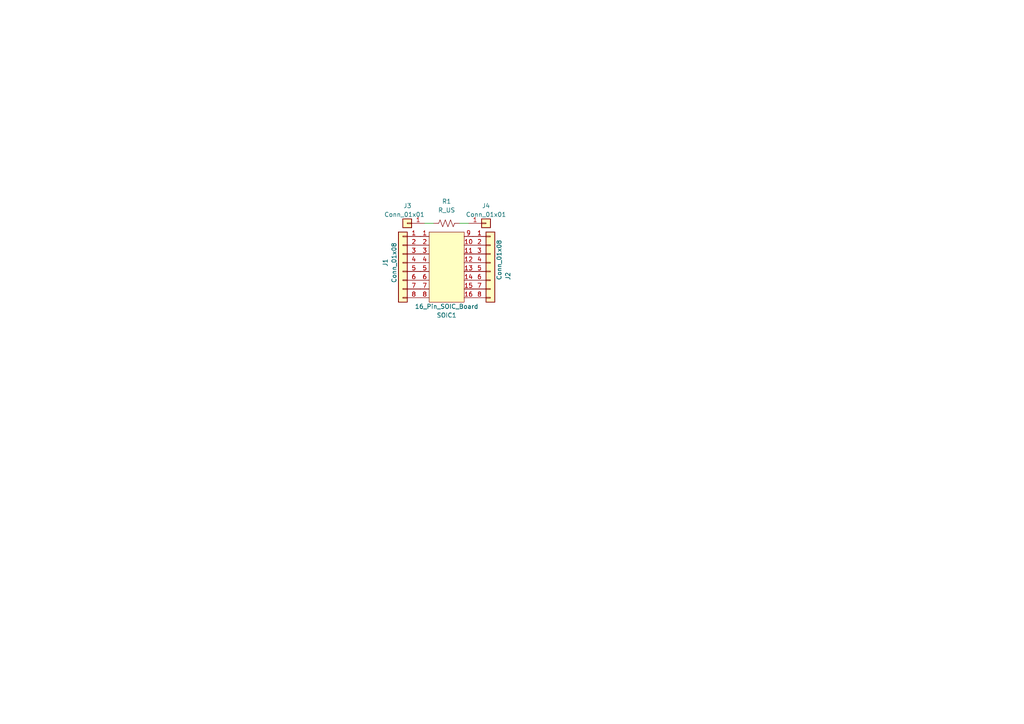
<source format=kicad_sch>
(kicad_sch (version 20211123) (generator eeschema)
  (paper "A4")
  (title_block (title "16 Pin Testing Board") (date "2023-04-12") (rev "0"))
  (lib_symbols
    (symbol "8_Pin_SOIC_Board:16_Pin_SOIC_Board"
      (property "Reference" "SOIC" (at 0 10.16 0))
      (property "Value" "16_Pin_SOIC_Board" (at 0 -12.7 0))
      (symbol "16_Pin_SOIC_Board_0_1"
        (rectangle (start -5.08 8.89) (end 5.08 -11.43) (fill (type background)))
      )
      (symbol "16_Pin_SOIC_Board_1_1"
        (pin unspecified line (at -7.62 7.62 0) (length 2.54) (name "") (number "1"))
        (pin unspecified line (at 7.62 5.08 180) (length 2.54) (name "") (number "10"))
        (pin unspecified line (at 7.62 2.54 180) (length 2.54) (name "") (number "11"))
        (pin unspecified line (at 7.62 0 180) (length 2.54) (name "") (number "12"))
        (pin unspecified line (at 7.62 -2.54 180) (length 2.54) (name "") (number "13"))
        (pin unspecified line (at 7.62 -5.08 180) (length 2.54) (name "") (number "14"))
        (pin unspecified line (at 7.62 -7.62 180) (length 2.54) (name "") (number "15"))
        (pin unspecified line (at 7.62 -10.16 180) (length 2.54) (name "") (number "16"))
        (pin unspecified line (at -7.62 5.08 0) (length 2.54) (name "") (number "2"))
        (pin unspecified line (at -7.62 2.54 0) (length 2.54) (name "") (number "3"))
        (pin unspecified line (at -7.62 0 0) (length 2.54) (name "") (number "4"))
        (pin unspecified line (at -7.62 -2.54 0) (length 2.54) (name "") (number "5"))
        (pin unspecified line (at -7.62 -5.08 0) (length 2.54) (name "") (number "6"))
        (pin unspecified line (at -7.62 -7.62 0) (length 2.54) (name "") (number "7"))
        (pin unspecified line (at -7.62 -10.16 0) (length 2.54) (name "") (number "8"))
        (pin unspecified line (at 7.62 7.62 180) (length 2.54) (name "") (number "9"))
      )
    )
    (symbol "Connector_Generic:Conn_01x01" (pin_names (offset 1.016) hide)
      (property "Reference" "J" (at 0 2.54 0))
      (property "Value" "Conn_01x01" (at 0 -2.54 0))
      (symbol "Conn_01x01_1_1"
        (rectangle (start -1.27 0.127) (end 0 -0.127) (stroke (width 0.1524)))
        (rectangle (start -1.27 1.27) (end 1.27 -1.27) (stroke (width 0.254)) (fill (type background)))
        (pin passive line (at -5.08 0 0) (length 3.81) (name "Pin_1") (number "1"))
      )
    )
    (symbol "Connector_Generic:Conn_01x08" (pin_names (offset 1.016) hide)
      (property "Reference" "J" (at 0 10.16 0))
      (property "Value" "Conn_01x08" (at 0 -12.7 0))
      (symbol "Conn_01x08_1_1"
        (rectangle (start -1.27 -10.033) (end 0 -10.287) (stroke (width 0.1524)))
        (rectangle (start -1.27 -7.493) (end 0 -7.747) (stroke (width 0.1524)))
        (rectangle (start -1.27 -4.953) (end 0 -5.207) (stroke (width 0.1524)))
        (rectangle (start -1.27 -2.413) (end 0 -2.667) (stroke (width 0.1524)))
        (rectangle (start -1.27 0.127) (end 0 -0.127) (stroke (width 0.1524)))
        (rectangle (start -1.27 2.667) (end 0 2.413) (stroke (width 0.1524)))
        (rectangle (start -1.27 5.207) (end 0 4.953) (stroke (width 0.1524)))
        (rectangle (start -1.27 7.747) (end 0 7.493) (stroke (width 0.1524)))
        (rectangle (start -1.27 8.89) (end 1.27 -11.43) (stroke (width 0.254)) (fill (type background)))
        (pin passive line (at -5.08 7.62 0) (length 3.81) (name "Pin_1") (number "1"))
        (pin passive line (at -5.08 5.08 0) (length 3.81) (name "Pin_2") (number "2"))
        (pin passive line (at -5.08 2.54 0) (length 3.81) (name "Pin_3") (number "3"))
        (pin passive line (at -5.08 0 0) (length 3.81) (name "Pin_4") (number "4"))
        (pin passive line (at -5.08 -2.54 0) (length 3.81) (name "Pin_5") (number "5"))
        (pin passive line (at -5.08 -5.08 0) (length 3.81) (name "Pin_6") (number "6"))
        (pin passive line (at -5.08 -7.62 0) (length 3.81) (name "Pin_7") (number "7"))
        (pin passive line (at -5.08 -10.16 0) (length 3.81) (name "Pin_8") (number "8"))
      )
    )
    (symbol "Device:R_US" (pin_numbers hide) (pin_names (offset 0))
      (property "Reference" "R" (at 2.54 0 90))
      (property "Value" "R_US" (at -2.54 0 90))
      (symbol "R_US_0_1"
        (polyline (pts (xy 0 -2.286) (xy 0 -2.54)))
        (polyline (pts (xy 0 2.286) (xy 0 2.54)))
        (polyline (pts (xy 0 -0.762) (xy 1.016 -1.143) (xy 0 -1.524) (xy -1.016 -1.905) (xy 0 -2.286)))
        (polyline (pts (xy 0 0.762) (xy 1.016 0.381) (xy 0 0) (xy -1.016 -0.381) (xy 0 -0.762)))
        (polyline (pts (xy 0 2.286) (xy 1.016 1.905) (xy 0 1.524) (xy -1.016 1.143) (xy 0 0.762)))
      )
      (symbol "R_US_1_1"
        (pin passive line (at 0 3.81 270) (length 1.27) (name "~") (number "1"))
        (pin passive line (at 0 -3.81 90) (length 1.27) (name "~") (number "2"))
      )
    )
  )
  (wire (pts (xy 123.19 64.77) (xy 125.73 64.77)))
  (wire (pts (xy 133.35 64.77) (xy 135.89 64.77)))
  (symbol (lib_id "Connector_Generic:Conn_01x01") (at 140.97 64.77 0) (unit 1)
    (property "Reference" "J4" (at 140.97 59.69 0))
    (property "Value" "Conn_01x01" (at 140.97 62.23 0))
    (property "Footprint" "Connector_PinSocket_2.54mm:PinSocket_1x01_P2.54mm_Vertical" (effects hide))
  )
  (symbol (lib_id "Connector_Generic:Conn_01x01") (at 118.11 64.77 0) (mirror y) (unit 1)
    (property "Reference" "J3" (at 119.38 59.69 0) (effects (justify left)))
    (property "Value" "Conn_01x01" (at 123.19 62.23 0) (effects (justify left)))
    (property "Footprint" "Connector_PinSocket_2.54mm:PinSocket_1x01_P2.54mm_Vertical" (effects hide))
  )
  (symbol (lib_id "Connector_Generic:Conn_01x08") (at 142.24 76.2 0) (unit 1)
    (property "Reference" "J2" (at 147.32 81.28 90) (effects (justify left)))
    (property "Value" "Conn_01x08" (at 144.78 81.28 90) (effects (justify left)))
  )
  (symbol (lib_id "Connector_Generic:Conn_01x08") (at 116.84 76.2 0) (mirror y) (unit 1)
    (property "Reference" "J1" (at 111.76 76.2 90))
    (property "Value" "Conn_01x08" (at 114.3 76.2 90))
  )
  (symbol (lib_id "8_Pin_SOIC_Board:16_Pin_SOIC_Board") (at 129.54 76.2 0) (unit 1)
    (property "Reference" "SOIC1" (at 129.54 91.44 0))
    (property "Value" "16_Pin_SOIC_Board" (at 129.54 88.9 0))
  )
  (symbol (lib_id "Device:R_US") (at 129.54 64.77 270) (unit 1)
    (property "Reference" "R1" (at 129.54 58.42 90))
    (property "Value" "R_US" (at 129.54 60.96 90))
    (property "Footprint" "Resistor_SMD:R_0805_2012Metric" (effects hide))
  )
)
</source>
